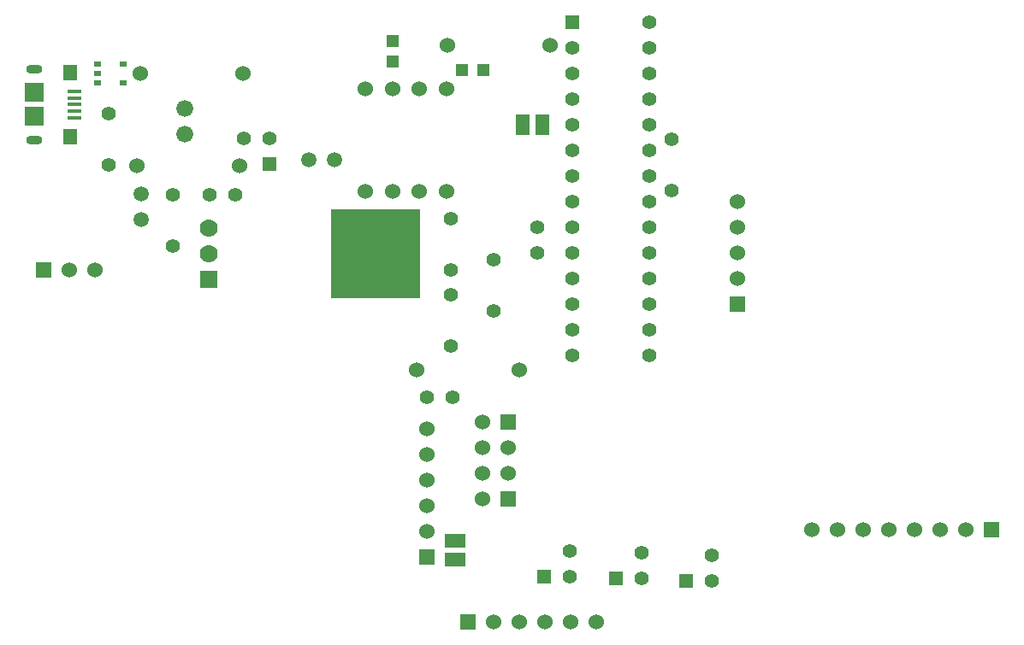
<source format=gts>
G04 (created by PCBNEW (2013-07-07 BZR 4022)-stable) date 5/1/2015 4:39:10 PM*
%MOIN*%
G04 Gerber Fmt 3.4, Leading zero omitted, Abs format*
%FSLAX34Y34*%
G01*
G70*
G90*
G04 APERTURE LIST*
%ADD10C,0.00590551*%
%ADD11R,0.055X0.055*%
%ADD12C,0.055*%
%ADD13R,0.07X0.07*%
%ADD14C,0.07*%
%ADD15R,0.35X0.35*%
%ADD16R,0.03X0.02*%
%ADD17C,0.0590551*%
%ADD18C,0.06*%
%ADD19R,0.06X0.06*%
%ADD20R,0.0531496X0.015748*%
%ADD21R,0.0551181X0.0629921*%
%ADD22O,0.0629921X0.0354331*%
%ADD23R,0.0748031X0.0748031*%
%ADD24C,0.066*%
%ADD25R,0.0472X0.0472*%
%ADD26C,0.056*%
%ADD27R,0.0551181X0.0787402*%
%ADD28R,0.0787402X0.0551181*%
G04 APERTURE END LIST*
G54D10*
G54D11*
X25630Y-41120D03*
G54D12*
X25630Y-40120D03*
X24630Y-40120D03*
G54D13*
X23280Y-45630D03*
G54D14*
X23280Y-43630D03*
X23280Y-44630D03*
G54D15*
X29780Y-44630D03*
G54D16*
X18940Y-37215D03*
X18940Y-37965D03*
X19940Y-37215D03*
X18940Y-37590D03*
X19940Y-37965D03*
G54D17*
X28172Y-40968D03*
X27187Y-40968D03*
G54D18*
X32540Y-38180D03*
X32540Y-42180D03*
X30430Y-42180D03*
X30430Y-38180D03*
X29380Y-42180D03*
X29380Y-38180D03*
X35380Y-49170D03*
X31380Y-49170D03*
X31470Y-42180D03*
X31470Y-38180D03*
X20480Y-41180D03*
X24480Y-41180D03*
X20600Y-37590D03*
X24600Y-37590D03*
G54D19*
X16840Y-45270D03*
G54D18*
X17840Y-45270D03*
X18840Y-45270D03*
G54D19*
X33390Y-58990D03*
G54D18*
X34390Y-58990D03*
X35390Y-58990D03*
X36390Y-58990D03*
X37390Y-58990D03*
X38390Y-58990D03*
G54D20*
X18054Y-38288D03*
X18054Y-38544D03*
X18054Y-38800D03*
X18054Y-39055D03*
X18054Y-39311D03*
G54D21*
X17867Y-37540D03*
X17867Y-40059D03*
G54D22*
X16470Y-37422D03*
X16470Y-40177D03*
G54D23*
X16470Y-38327D03*
X16470Y-39272D03*
G54D24*
X22350Y-39950D03*
X22350Y-38950D03*
G54D25*
X30430Y-37133D03*
X30430Y-36307D03*
X33159Y-37472D03*
X33985Y-37472D03*
G54D26*
X34370Y-46860D03*
X34370Y-44860D03*
G54D12*
X37440Y-36590D03*
X37440Y-37590D03*
X37440Y-38590D03*
X37440Y-39590D03*
X37440Y-40590D03*
X37440Y-41590D03*
X37440Y-42590D03*
X37440Y-43590D03*
X37440Y-44590D03*
X37440Y-45590D03*
X37440Y-46590D03*
X37440Y-47590D03*
X37440Y-48590D03*
G54D11*
X37440Y-35590D03*
G54D12*
X40440Y-48590D03*
X40440Y-47590D03*
X40440Y-46590D03*
X40440Y-45590D03*
X40440Y-44590D03*
X40440Y-43590D03*
X40440Y-42590D03*
X40440Y-41590D03*
X40440Y-40590D03*
X40440Y-39590D03*
X40440Y-38590D03*
X40440Y-37590D03*
X40440Y-36590D03*
X40440Y-35590D03*
X32720Y-43260D03*
X32720Y-45260D03*
X32720Y-48230D03*
X32720Y-46230D03*
X21890Y-44320D03*
X21890Y-42320D03*
X19390Y-39170D03*
X19390Y-41170D03*
X36080Y-43600D03*
X36080Y-44600D03*
X24320Y-42330D03*
X23320Y-42330D03*
X31780Y-50210D03*
X32780Y-50210D03*
G54D17*
X20650Y-43280D03*
X20650Y-42280D03*
G54D19*
X31780Y-56470D03*
G54D18*
X31780Y-55470D03*
X31780Y-54470D03*
X31780Y-53470D03*
X31780Y-52470D03*
X31780Y-51470D03*
G54D19*
X43890Y-46590D03*
G54D18*
X43890Y-45590D03*
X43890Y-44590D03*
X43890Y-43590D03*
X43890Y-42590D03*
G54D19*
X53792Y-55374D03*
G54D18*
X52788Y-55374D03*
X51792Y-55374D03*
X50792Y-55374D03*
X49792Y-55374D03*
X48792Y-55374D03*
X47792Y-55374D03*
X46792Y-55374D03*
G54D19*
X34940Y-54180D03*
G54D18*
X33940Y-54180D03*
X34940Y-53180D03*
X33940Y-53180D03*
X34940Y-52180D03*
X33940Y-52180D03*
G54D19*
X34940Y-51180D03*
G54D18*
X33940Y-51180D03*
G54D27*
X36264Y-39590D03*
X35512Y-39590D03*
G54D28*
X32886Y-55815D03*
X32886Y-56567D03*
G54D18*
X36590Y-36480D03*
X32590Y-36480D03*
G54D11*
X39146Y-57306D03*
G54D12*
X40146Y-57306D03*
X40146Y-56306D03*
G54D11*
X36340Y-57230D03*
G54D12*
X37340Y-57230D03*
X37340Y-56230D03*
G54D11*
X41890Y-57402D03*
G54D12*
X42890Y-57402D03*
X42890Y-56402D03*
X41310Y-40160D03*
X41310Y-42160D03*
M02*

</source>
